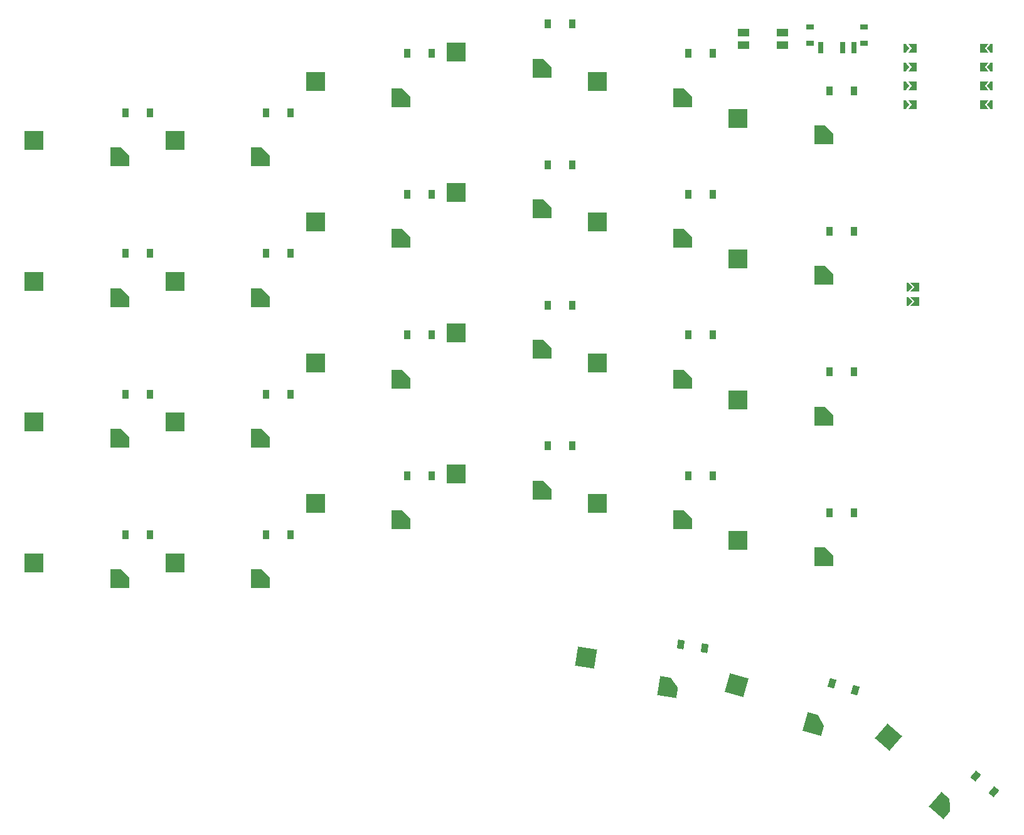
<source format=gbr>
%TF.GenerationSoftware,KiCad,Pcbnew,9.0.6*%
%TF.CreationDate,2026-01-10T00:21:16+01:00*%
%TF.ProjectId,shoedler54,73686f65-646c-4657-9235-342e6b696361,v1.0.0*%
%TF.SameCoordinates,Original*%
%TF.FileFunction,Paste,Bot*%
%TF.FilePolarity,Positive*%
%FSLAX46Y46*%
G04 Gerber Fmt 4.6, Leading zero omitted, Abs format (unit mm)*
G04 Created by KiCad (PCBNEW 9.0.6) date 2026-01-10 00:21:16*
%MOMM*%
%LPD*%
G01*
G04 APERTURE LIST*
G04 Aperture macros list*
%AMRotRect*
0 Rectangle, with rotation*
0 The origin of the aperture is its center*
0 $1 length*
0 $2 width*
0 $3 Rotation angle, in degrees counterclockwise*
0 Add horizontal line*
21,1,$1,$2,0,0,$3*%
%AMOutline5P*
0 Free polygon, 5 corners , with rotation*
0 The origin of the aperture is its center*
0 number of corners: always 5*
0 $1 to $10 corner X, Y*
0 $11 Rotation angle, in degrees counterclockwise*
0 create outline with 5 corners*
4,1,5,$1,$2,$3,$4,$5,$6,$7,$8,$9,$10,$1,$2,$11*%
%AMOutline6P*
0 Free polygon, 6 corners , with rotation*
0 The origin of the aperture is its center*
0 number of corners: always 6*
0 $1 to $12 corner X, Y*
0 $13 Rotation angle, in degrees counterclockwise*
0 create outline with 6 corners*
4,1,6,$1,$2,$3,$4,$5,$6,$7,$8,$9,$10,$11,$12,$1,$2,$13*%
%AMOutline7P*
0 Free polygon, 7 corners , with rotation*
0 The origin of the aperture is its center*
0 number of corners: always 7*
0 $1 to $14 corner X, Y*
0 $15 Rotation angle, in degrees counterclockwise*
0 create outline with 7 corners*
4,1,7,$1,$2,$3,$4,$5,$6,$7,$8,$9,$10,$11,$12,$13,$14,$1,$2,$15*%
%AMOutline8P*
0 Free polygon, 8 corners , with rotation*
0 The origin of the aperture is its center*
0 number of corners: always 8*
0 $1 to $16 corner X, Y*
0 $17 Rotation angle, in degrees counterclockwise*
0 create outline with 8 corners*
4,1,8,$1,$2,$3,$4,$5,$6,$7,$8,$9,$10,$11,$12,$13,$14,$15,$16,$1,$2,$17*%
%AMFreePoly0*
4,1,6,0.250000,0.000000,-0.250000,-0.625000,-0.500000,-0.625000,-0.500000,0.625000,-0.250000,0.625000,0.250000,0.000000,0.250000,0.000000,$1*%
%AMFreePoly1*
4,1,6,0.500000,-0.625000,-0.650000,-0.625000,-0.150000,0.000000,-0.650000,0.625000,0.500000,0.625000,0.500000,-0.625000,0.500000,-0.625000,$1*%
%AMFreePoly2*
4,1,6,0.600000,-1.000000,0.000000,-0.400000,-0.600000,-1.000000,-0.600000,0.250000,0.600000,0.250000,0.600000,-1.000000,0.600000,-1.000000,$1*%
%AMFreePoly3*
4,1,6,0.600000,-0.200000,0.600000,-0.400000,-0.600000,-0.400000,-0.600000,-0.200000,0.000000,0.400000,0.600000,-0.200000,0.600000,-0.200000,$1*%
G04 Aperture macros list end*
%ADD10RotRect,0.900000X1.200000X164.000000*%
%ADD11R,0.900000X1.200000*%
%ADD12RotRect,0.900000X1.200000X139.000000*%
%ADD13R,1.000000X0.800000*%
%ADD14R,0.700000X1.500000*%
%ADD15FreePoly0,180.000000*%
%ADD16FreePoly0,0.000000*%
%ADD17FreePoly1,0.000000*%
%ADD18FreePoly1,180.000000*%
%ADD19FreePoly2,270.000000*%
%ADD20FreePoly3,270.000000*%
%ADD21R,1.550000X1.000000*%
%ADD22RotRect,0.900000X1.200000X171.000000*%
%ADD23Outline5P,-1.300000X1.300000X1.300000X1.300000X1.300000X-1.300000X-0.117000X-1.300000X-1.300000X-0.117000X180.000000*%
%ADD24R,2.600000X2.600000*%
%ADD25Outline5P,-1.300000X1.300000X1.300000X1.300000X1.300000X-1.300000X-0.117000X-1.300000X-1.300000X-0.117000X171.000000*%
%ADD26RotRect,2.600000X2.600000X171.000000*%
%ADD27Outline5P,-1.300000X1.300000X1.300000X1.300000X1.300000X-1.300000X-0.117000X-1.300000X-1.300000X-0.117000X139.000000*%
%ADD28RotRect,2.600000X2.600000X139.000000*%
%ADD29Outline5P,-1.300000X1.300000X1.300000X1.300000X1.300000X-1.300000X-0.117000X-1.300000X-1.300000X-0.117000X164.000000*%
%ADD30RotRect,2.600000X2.600000X164.000000*%
G04 APERTURE END LIST*
D10*
%TO.C,D26*%
X252572247Y-170967899D03*
X249400083Y-170058295D03*
%TD*%
D11*
%TO.C,D21*%
X252350000Y-147000000D03*
X249050000Y-147000000D03*
%TD*%
%TO.C,D7*%
X176350000Y-112000000D03*
X173050000Y-112000000D03*
%TD*%
D12*
%TO.C,D27*%
X271257175Y-184733378D03*
X268766633Y-182568384D03*
%TD*%
D11*
%TO.C,D19*%
X233350000Y-104000000D03*
X230050000Y-104000000D03*
%TD*%
%TO.C,D1*%
X157350000Y-150000000D03*
X154050000Y-150000000D03*
%TD*%
%TO.C,D8*%
X176350000Y-93000000D03*
X173050000Y-93000000D03*
%TD*%
%TO.C,D23*%
X252350000Y-109000000D03*
X249050000Y-109000000D03*
%TD*%
D13*
%TO.C,PWR1*%
X246450000Y-83585000D03*
X253750000Y-83585000D03*
X246450000Y-81375000D03*
X253750000Y-81375000D03*
D14*
X247850000Y-84235000D03*
X250850000Y-84235000D03*
X252350000Y-84235000D03*
%TD*%
D11*
%TO.C,D15*%
X214350000Y-100000000D03*
X211050000Y-100000000D03*
%TD*%
%TO.C,D5*%
X176350000Y-150000000D03*
X173050000Y-150000000D03*
%TD*%
%TO.C,D11*%
X195350000Y-104000000D03*
X192050000Y-104000000D03*
%TD*%
D15*
%TO.C,MCU1*%
X270600000Y-84300000D03*
X270600000Y-86840000D03*
X270600000Y-89380000D03*
X270600000Y-91920000D03*
D16*
X259600000Y-91920000D03*
X259600000Y-89380000D03*
X259600000Y-86840000D03*
X259600000Y-84300000D03*
D17*
X260325000Y-84300000D03*
X260325000Y-86840000D03*
X260325000Y-89380000D03*
X260325000Y-91920000D03*
D18*
X269875000Y-91920000D03*
X269875000Y-89380000D03*
X269875000Y-86840000D03*
X269875000Y-84300000D03*
%TD*%
D11*
%TO.C,D16*%
X214350000Y-81000000D03*
X211050000Y-81000000D03*
%TD*%
%TO.C,D12*%
X195350000Y-85000000D03*
X192050000Y-85000000D03*
%TD*%
%TO.C,D22*%
X252350000Y-128000000D03*
X249050000Y-128000000D03*
%TD*%
%TO.C,D17*%
X233350000Y-142000000D03*
X230050000Y-142000000D03*
%TD*%
%TO.C,D9*%
X195350000Y-142000000D03*
X192050000Y-142000000D03*
%TD*%
D19*
%TO.C,JST1*%
X260876000Y-116500000D03*
X260876000Y-118500000D03*
D20*
X259860000Y-118500000D03*
X259860000Y-116500000D03*
%TD*%
D11*
%TO.C,D14*%
X214350000Y-119000000D03*
X211050000Y-119000000D03*
%TD*%
%TO.C,D24*%
X252350000Y-90000000D03*
X249050000Y-90000000D03*
%TD*%
%TO.C,D6*%
X176350000Y-131000000D03*
X173050000Y-131000000D03*
%TD*%
%TO.C,D20*%
X233350000Y-85000000D03*
X230050000Y-85000000D03*
%TD*%
D21*
%TO.C,RST1*%
X237475000Y-82150000D03*
X237475000Y-83850000D03*
X242725000Y-82150000D03*
X242725000Y-83850000D03*
%TD*%
D11*
%TO.C,D4*%
X157350000Y-93000000D03*
X154050000Y-93000000D03*
%TD*%
D22*
%TO.C,D25*%
X232257010Y-165294794D03*
X228997638Y-164778560D03*
%TD*%
D11*
%TO.C,D2*%
X157350000Y-131000000D03*
X154050000Y-131000000D03*
%TD*%
%TO.C,D3*%
X157350000Y-112000000D03*
X154050000Y-112000000D03*
%TD*%
%TO.C,D10*%
X195350000Y-123000000D03*
X192050000Y-123000000D03*
%TD*%
%TO.C,D13*%
X214350000Y-138000000D03*
X211050000Y-138000000D03*
%TD*%
%TO.C,D18*%
X233350000Y-123000000D03*
X230050000Y-123000000D03*
%TD*%
D23*
%TO.C,S19*%
X229275000Y-109950000D03*
D24*
X217725000Y-107750000D03*
%TD*%
D23*
%TO.C,S6*%
X172275000Y-136950000D03*
D24*
X160725000Y-134750000D03*
%TD*%
D23*
%TO.C,S24*%
X248275000Y-95950000D03*
D24*
X236725000Y-93750000D03*
%TD*%
D23*
%TO.C,S8*%
X172275000Y-98950000D03*
D24*
X160725000Y-96750000D03*
%TD*%
D23*
%TO.C,S7*%
X172275000Y-117950000D03*
D24*
X160725000Y-115750000D03*
%TD*%
D23*
%TO.C,S4*%
X153275000Y-98950000D03*
D24*
X141725000Y-96750000D03*
%TD*%
D25*
%TO.C,S25*%
X227301394Y-170534068D03*
D26*
X216237750Y-166554336D03*
%TD*%
D23*
%TO.C,S5*%
X172275000Y-155950000D03*
D24*
X160725000Y-153750000D03*
%TD*%
D23*
%TO.C,S14*%
X210275000Y-124950000D03*
D24*
X198725000Y-122750000D03*
%TD*%
D23*
%TO.C,S23*%
X248275000Y-114950000D03*
D24*
X236725000Y-112750000D03*
%TD*%
D23*
%TO.C,S20*%
X229275000Y-90950000D03*
D24*
X217725000Y-88750000D03*
%TD*%
D23*
%TO.C,S16*%
X210275000Y-86950000D03*
D24*
X198725000Y-84750000D03*
%TD*%
D23*
%TO.C,S1*%
X153275000Y-155950000D03*
D24*
X141725000Y-153750000D03*
%TD*%
D23*
%TO.C,S15*%
X210275000Y-105950000D03*
D24*
X198725000Y-103750000D03*
%TD*%
D23*
%TO.C,S2*%
X153275000Y-136950000D03*
D24*
X141725000Y-134750000D03*
%TD*%
D23*
%TO.C,S18*%
X229275000Y-128950000D03*
D24*
X217725000Y-126750000D03*
%TD*%
D23*
%TO.C,S17*%
X229275000Y-147950000D03*
D24*
X217725000Y-145750000D03*
%TD*%
D23*
%TO.C,S11*%
X191275000Y-109950000D03*
D24*
X179725000Y-107750000D03*
%TD*%
D23*
%TO.C,S21*%
X248275000Y-152950000D03*
D24*
X236725000Y-150750000D03*
%TD*%
D23*
%TO.C,S12*%
X191275000Y-90950000D03*
D24*
X179725000Y-88750000D03*
%TD*%
D23*
%TO.C,S9*%
X191275000Y-147950000D03*
D24*
X179725000Y-145750000D03*
%TD*%
D23*
%TO.C,S3*%
X153275000Y-117950000D03*
D24*
X141725000Y-115750000D03*
%TD*%
D23*
%TO.C,S13*%
X210275000Y-143950000D03*
D24*
X198725000Y-141750000D03*
%TD*%
D23*
%TO.C,S22*%
X248275000Y-133950000D03*
D24*
X236725000Y-131750000D03*
%TD*%
D27*
%TO.C,S27*%
X264278182Y-186550460D03*
D28*
X257004616Y-177312617D03*
%TD*%
D29*
%TO.C,S26*%
X247015063Y-175564183D03*
D30*
X236518892Y-170265796D03*
%TD*%
D23*
%TO.C,S10*%
X191275000Y-128950000D03*
D24*
X179725000Y-126750000D03*
%TD*%
M02*

</source>
